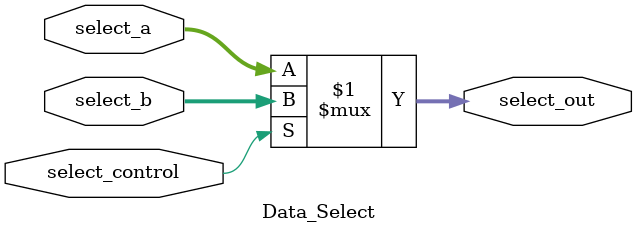
<source format=v>
/**
 * @Description 数据选择模块：选择是投币值还是倒计时的数据
 * @input select_control 选择控制位
 * @input select_a 数据a
 * @input select_b 数据b
 * @output select_out 选择输出
 */
module Data_Select(select_control, select_a, select_b, select_out);
    input wire select_control;
    input wire[3:0] select_a;
    input wire[3:0] select_b;
    output wire[3:0] select_out;

    assign select_out = select_control ? select_b : select_a;

endmodule 
</source>
